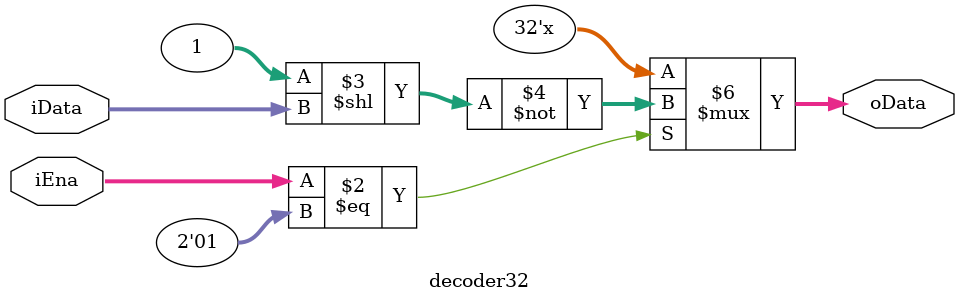
<source format=v>
`timescale 1ns / 1ps


module decoder32(
    input [4:0] iData,
    input [1:0] iEna,
    output reg [31:0] oData
    );
    always @(*) begin
        if(iEna == 2'b01)
            oData = ~(1<<iData);
    end
endmodule

</source>
